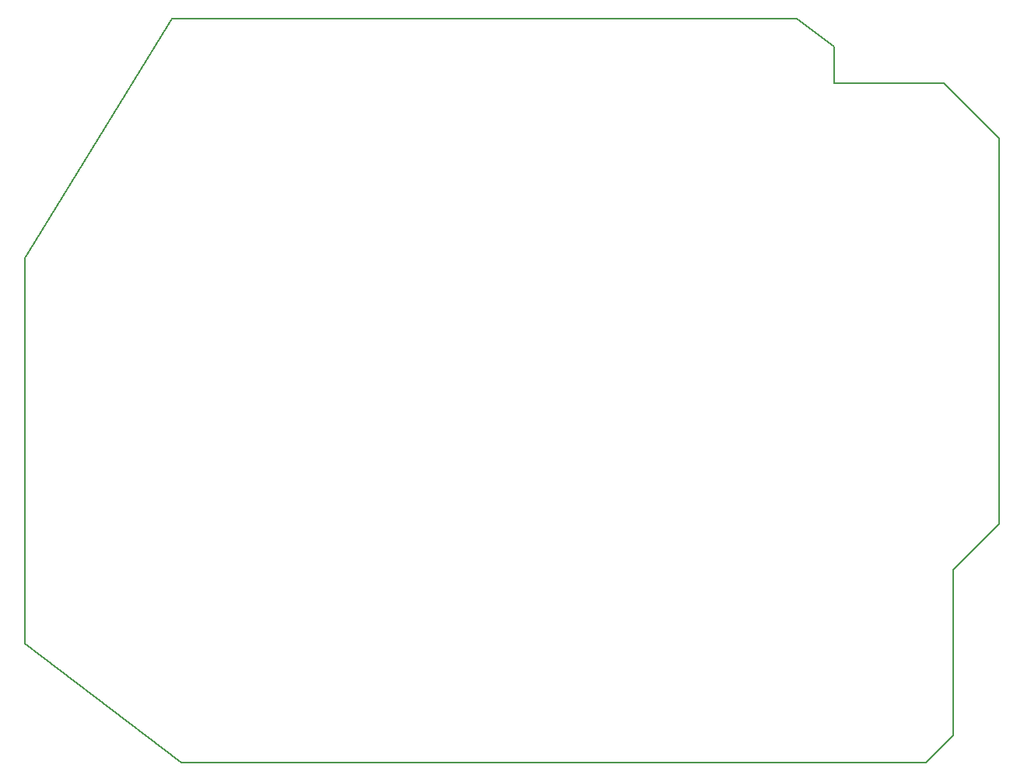
<source format=gbr>
G04 #@! TF.GenerationSoftware,KiCad,Pcbnew,(5.0.2)-1*
G04 #@! TF.CreationDate,2019-04-02T22:31:29+09:00*
G04 #@! TF.ProjectId,FirstContact,46697273-7443-46f6-9e74-6163742e6b69,rev?*
G04 #@! TF.SameCoordinates,Original*
G04 #@! TF.FileFunction,Profile,NP*
%FSLAX46Y46*%
G04 Gerber Fmt 4.6, Leading zero omitted, Abs format (unit mm)*
G04 Created by KiCad (PCBNEW (5.0.2)-1) date 2019/04/02 22:31:29*
%MOMM*%
%LPD*%
G01*
G04 APERTURE LIST*
%ADD10C,0.150000*%
G04 APERTURE END LIST*
D10*
X195260000Y-86770000D02*
X195260000Y-44770000D01*
X177260000Y-38770000D02*
X177260000Y-34770000D01*
X189260000Y-38770000D02*
X177260000Y-38770000D01*
X195260000Y-44770000D02*
X189260000Y-38770000D01*
X190260000Y-91770000D02*
X195260000Y-86770000D01*
X190260000Y-109770000D02*
X190260000Y-91770000D01*
X187260000Y-112770000D02*
X190260000Y-109770000D01*
X106260000Y-112770000D02*
X187260000Y-112770000D01*
X89260000Y-99770000D02*
X106260000Y-112770000D01*
X89260000Y-57770000D02*
X89260000Y-99770000D01*
X105260000Y-31770000D02*
X89260000Y-57770000D01*
X173260000Y-31770000D02*
X105260000Y-31770000D01*
X177260000Y-34770000D02*
X173260000Y-31770000D01*
M02*

</source>
